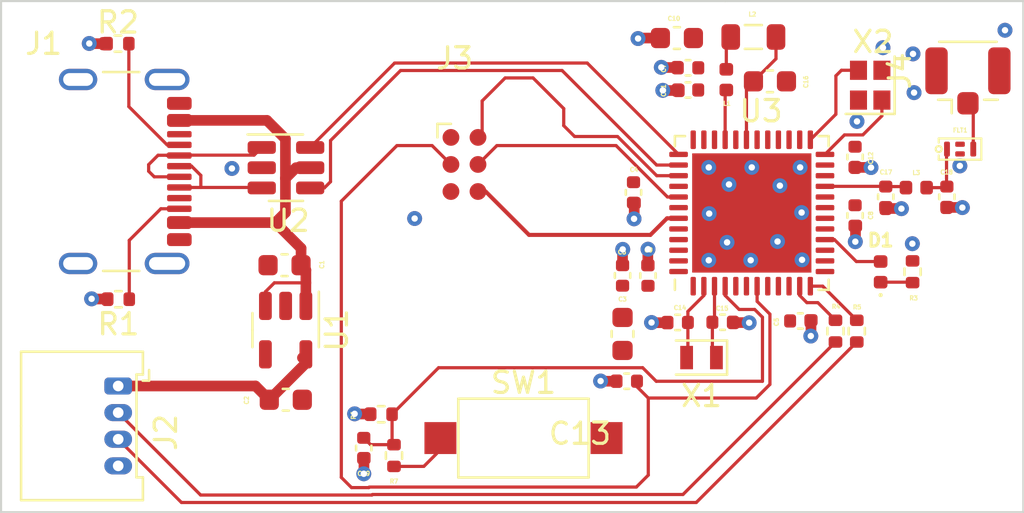
<source format=kicad_pcb>
(kicad_pcb (version 20221018) (generator pcbnew)
  (layers (0 "F.Cu" signal) (1 "In1.Cu" signal) (2 "In2.Cu" signal) (31 "B.Cu" signal) (34 "B.Paste" user) (35 "F.Paste" user) (36 "B.SilkS" user "B.Silkscreen") (37 "F.SilkS" user "F.Silkscreen") (38 "B.Mask" user) (39 "F.Mask" user) (44 "Edge.Cuts" user))
  (net 0 "")
  (net 1 "+5V")
  (net 2 "GND")
  (net 3 "+3V3")
  (net 4 "/SWD_NRST")
  (net 5 "/LSE_OUT")
  (net 6 "/LSE_IN")
  (net 7 "/SMPSFB")
  (net 8 "/RF")
  (net 9 "/RF_MATCH")
  (net 10 "/BOOT0")
  (net 11 "Net-(D1-K)")
  (net 12 "Net-(D1-A)")
  (net 13 "/RF_ANT")
  (net 14 "Net-(J1-CC1)")
  (net 15 "Net-(J1-D+-PadA6)")
  (net 16 "Net-(J1-D--PadA7)")
  (net 18 "Net-(J1-CC2)")
  (net 20 "/UART_TXC")
  (net 21 "/UART_RXC")
  (net 22 "/SWD_DIO")
  (net 23 "/SWD_CLK")
  (net 24 "/SWD_TRC")
  (net 25 "/SMPSLX")
  (net 26 "/SMPSLXL")
  (net 27 "/UART_TX")
  (net 28 "/UART_RX")
  (net 29 "Net-(R7-Pad2)")
  (net 31 "/USB_D+")
  (net 32 "/USB_D-")
  (net 43 "/HCE_OUT")
  (net 44 "/HCE_IN")
  (footprint "Connector_Coaxial:U.FL_Hirose_U.FL-R-SMT-1_Vertical" (layer "F.Cu") (at 81.4 65.75 90)
    (fp_text reference "J4")
    (fp_text value "Conn_Coaxial")
  )
  (footprint "" (layer "F.Cu") (at 77.5316 71.74 -90)
    (fp_text reference "")
    (fp_text value "")
  )
  (footprint "Capacitor_SMD:C_0603_1608Metric" (layer "F.Cu") (at 72.1036 65.769)
    (fp_text reference "C16")
    (fp_text value "4u7")
  )
  (footprint "" (layer "F.Cu") (at 80.3932 71.69 -90)
    (fp_text reference "")
    (fp_text value "")
  )
  (footprint "" (layer "F.Cu") (at 53.04 83.4516 180)
    (fp_text reference "")
    (fp_text value "")
  )
  (footprint "" (layer "F.Cu") (at 64.8968 79.85 90)
    (fp_text reference "")
    (fp_text value "")
  )
  (footprint "Resistor_SMD:R_0402_1005Metric" (layer "F.Cu") (at 41.49 64 180)
    (fp_text reference "R2")
    (fp_text value "5k1")
  )
  (footprint "Capacitor_SMD:C_0402_1005Metric" (layer "F.Cu") (at 65.38 79.85 180)
    (fp_text reference "C13")
    (fp_text value "100n")
  )
  (footprint "Package_TO_SOT_SMD:SOT-23-6" (layer "F.Cu") (at 49.3776 69.8246)
    (fp_text reference "U2")
    (fp_text value "USBLC6-2SC6")
  )
  (footprint "" (layer "F.Cu") (at 65.73 71.48 180)
    (fp_text reference "")
    (fp_text value "")
  )
  (footprint "" (layer "F.Cu") (at 76.12 72.5532 180)
    (fp_text reference "")
    (fp_text value "")
  )
  (footprint "Button_Switch_SMD:SW_SPST_CK_RS282G05A3" (layer "F.Cu") (at 60.53 82.52)
    (fp_text reference "SW1")
    (fp_text value "SW_Push")
  )
  (footprint "Capacitor_SMD:C_0402_1005Metric" (layer "F.Cu") (at 53.03 82.9884 -90)
    (fp_text reference "C19")
    (fp_text value "100n")
  )
  (footprint "Resistor_SMD:R_0402_1005Metric" (layer "F.Cu") (at 75.18 77.4984 90)
    (fp_text reference "R4")
    (fp_text value "220R")
  )
  (footprint "Capacitor_SMD:C_0603_1608Metric" (layer "F.Cu") (at 65.1818 77.6308 -90)
    (fp_text reference "C3")
    (fp_text value "4u7")
  )
  (footprint "" (layer "F.Cu") (at 67.7468 65.12 90)
    (fp_text reference "")
    (fp_text value "")
  )
  (footprint "Resistor_SMD:R_0402_1005Metric" (layer "F.Cu") (at 41.51 76 180)
    (fp_text reference "R1")
    (fp_text value "5k1")
  )
  (footprint "Inductor_SMD:L_0402_1005Metric" (layer "F.Cu") (at 78.975 70.76)
    (fp_text reference "L3")
    (fp_text value "2n7")
  )
  (footprint "Resistor_SMD:R_0402_1005Metric" (layer "F.Cu") (at 78.8 74.71 -90)
    (fp_text reference "R3")
    (fp_text value "220R")
  )
  (footprint "Capacitor_SMD:C_0603_1608Metric" (layer "F.Cu") (at 49.37 80.72)
    (fp_text reference "C2")
    (fp_text value "4u7")
  )
  (footprint "" (layer "F.Cu") (at 40.8868 64 90)
    (fp_text reference "")
    (fp_text value "")
  )
  (footprint "Crystal:Crystal_SMD_2012-2Pin_2.0x1.2mm" (layer "F.Cu") (at 68.89 78.74 180)
    (fp_text reference "X1")
    (fp_text value "32kHz768")
  )
  (footprint "Capacitor_SMD:C_0402_1005Metric" (layer "F.Cu") (at 80.41 71.19 -90)
    (fp_text reference "C18")
    (fp_text value "0p3")
  )
  (footprint "Capacitor_SMD:C_0402_1005Metric" (layer "F.Cu") (at 67.77 77.09 180)
    (fp_text reference "C15")
    (fp_text value "10p")
  )
  (footprint "Capacitor_SMD:C_0402_1005Metric" (layer "F.Cu") (at 76.1 72.0682 -90)
    (fp_text reference "C8")
    (fp_text value "100n")
  )
  (footprint "" (layer "F.Cu") (at 70.3822 77.0974 -90)
    (fp_text reference "")
    (fp_text value "")
  )
  (footprint "Crystal:Crystal_SMD_2016-4Pin_2.0x1.6mm" (layer "F.Cu") (at 76.81 65.95 90)
    (fp_text reference "X2")
    (fp_text value "32MHz")
  )
  (footprint "Connector:Tag-Connect_TC2030-IDC-FP_2x03_P1.27mm_Vertical" (layer "F.Cu") (at 57.7596 69.6722 -90)
    (fp_text reference "J3")
    (fp_text value "TC2030")
  )
  (footprint "" (layer "F.Cu") (at 66.37 74.3968)
    (fp_text reference "")
    (fp_text value "")
  )
  (footprint "Resistor_SMD:R_0402_1005Metric" (layer "F.Cu") (at 54.45 83.34 -90)
    (fp_text reference "R7")
    (fp_text value "220R")
  )
  (footprint "" (layer "F.Cu") (at 76.1032 69.81 -90)
    (fp_text reference "")
    (fp_text value "")
  )
  (footprint "" (layer "F.Cu") (at 67.8168 66.2 90)
    (fp_text reference "")
    (fp_text value "")
  )
  (footprint "Capacitor_SMD:C_0402_1005Metric" (layer "F.Cu") (at 69.88 77.08)
    (fp_text reference "C14")
    (fp_text value "10p")
  )
  (footprint "Resistor_SMD:R_0402_1005Metric" (layer "F.Cu") (at 76.18 77.4984 90)
    (fp_text reference "R5")
    (fp_text value "220R")
  )
  (footprint "Capacitor_SMD:C_0402_1005Metric" (layer "F.Cu") (at 65.6964 70.9852 -90)
    (fp_text reference "C4")
    (fp_text value "100n")
  )
  (footprint "Capacitor_SMD:C_0402_1005Metric" (layer "F.Cu") (at 77.54 71.19 -90)
    (fp_text reference "C17")
    (fp_text value "0p8")
  )
  (footprint "Capacitor_SMD:C_0402_1005Metric" (layer "F.Cu") (at 76.1 69.32 -90)
    (fp_text reference "C12")
    (fp_text value "100n")
  )
  (footprint "Capacitor_SMD:C_0402_1005Metric" (layer "F.Cu") (at 68.2578 65.134 180)
    (fp_text reference "C7")
    (fp_text value "100n")
  )
  (footprint "Connector_USB:USB_C_Receptacle_GCT_USB4105-xx-A_16P_TopMnt_Horizontal" (layer "F.Cu") (at 40.6908 70.0024 -90)
    (fp_text reference "J1")
    (fp_text value "USB_C_Receptacle_USB2.0")
  )
  (footprint "Resistor_SMD:R_0402_1005Metric" (layer "F.Cu") (at 53.85 81.4 180)
    (fp_text reference "R6")
    (fp_text value "5k1")
  )
  (footprint "" (layer "F.Cu") (at 40.9968 75.99 90)
    (fp_text reference "")
    (fp_text value "")
  )
  (footprint "Capacitor_SMD:C_0402_1005Metric" (layer "F.Cu") (at 68.2552 66.1754 180)
    (fp_text reference "C11")
    (fp_text value "100n")
  )
  (footprint "Package_TO_SOT_SMD:SOT-23-5" (layer "F.Cu") (at 49.3624 77.4501 -90)
    (fp_text reference "U1")
    (fp_text value "MIC5365-3.3YD5")
  )
  (footprint "Inductor_SMD:L_0805_2012Metric" (layer "F.Cu") (at 71.3243 63.6862)
    (fp_text reference "L2")
    (fp_text value "10u")
  )
  (footprint "Library:DLF162500LT-5028A1" (layer "F.Cu") (at 81.0285 68.95)
    (fp_text reference "FLT1")
    (fp_text value "DLF162500LT-5028A1")
  )
  (footprint "" (layer "F.Cu") (at 74.03 76.9832 180)
    (fp_text reference "")
    (fp_text value "")
  )
  (footprint "" (layer "F.Cu") (at 67.2878 77.1026 90)
    (fp_text reference "")
    (fp_text value "")
  )
  (footprint "Capacitor_SMD:C_0603_1608Metric" (layer "F.Cu") (at 67.7342 63.737 180)
    (fp_text reference "C10")
    (fp_text value "4u7")
  )
  (footprint "Capacitor_SMD:C_0603_1608Metric" (layer "F.Cu") (at 49.3116 74.4021 180)
    (fp_text reference "C1")
    (fp_text value "4u7")
  )
  (footprint "LED_SMD:LED_0402_1005Metric" (layer "F.Cu") (at 77.3 74.715 90)
    (fp_text reference "D1")
    (fp_text value "LED")
  )
  (footprint "Package_DFN_QFN:QFN-48-1EP_7x7mm_P0.5mm_EP5.6x5.6mm" (layer "F.Cu") (at 71.25 71.95 90)
    (fp_text reference "U3")
    (fp_text value "STM32WB55CEU")
  )
  (footprint "" (layer "F.Cu") (at 53.3468 81.39 90)
    (fp_text reference "")
    (fp_text value "")
  )
  (footprint "Capacitor_SMD:C_0402_1005Metric" (layer "F.Cu") (at 66.3756 74.8902 90)
    (fp_text reference "C9")
    (fp_text value "100n")
  )
  (footprint "Connector_Molex:Molex_PicoBlade_53048-0410_1x04_P1.25mm_Horizontal" (layer "F.Cu") (at 41.5 80.075 -90)
    (fp_text reference "J2")
    (fp_text value "Conn_01x04")
  )
  (footprint "Capacitor_SMD:C_0402_1005Metric" (layer "F.Cu") (at 65.1818 74.885 90)
    (fp_text reference "C6")
    (fp_text value "100n")
  )
  (footprint "Inductor_SMD:L_0402_1005Metric" (layer "F.Cu") (at 70.0543 65.6904 90)
    (fp_text reference "L1")
    (fp_text value "10n")
  )
  (footprint "Capacitor_SMD:C_0402_1005Metric" (layer "F.Cu") (at 73.53 77.02)
    (fp_text reference "C5")
    (fp_text value "100n")
  )
  (gr_line (start 84 62) (end 84 86) (stroke (width 0.1)) (layer "Edge.Cuts"))
  (gr_line (start 84 86) (end 36 86) (stroke (width 0.1)) (layer "Edge.Cuts"))
  (gr_line (start 36 62) (end 70 62) (stroke (width 0.1)) (layer "Edge.Cuts"))
  (gr_line (start 70 62) (end 84 62) (stroke (width 0.1)) (layer "Edge.Cuts"))
  (gr_line (start 36 86) (end 36 62) (stroke (width 0.1)) (layer "Edge.Cuts"))
  (segment (start 48.832501 75.23) (end 50.3124 75.23) (width 0.15) (layer "F.Cu") (net 1))
  (segment (start 50.3124 74.6279) (end 50.3124 75.23) (width 0.5) (layer "F.Cu") (net 1))
  (segment (start 49.3526 70.324601) (end 49.3526 71.9322) (width 0.5) (layer "F.Cu") (net 1))
  (segment (start 48.483084 67.6024) (end 44.3708 67.6024) (width 0.5) (layer "F.Cu") (net 1))
  (segment (start 49.3526 70.324601) (end 49.3526 68.471916) (width 0.5) (layer "F.Cu") (net 1))
  (segment (start 48.4124 75.650101) (end 48.832501 75.23) (width 0.15) (layer "F.Cu") (net 1))
  (segment (start 49.3526 68.471916) (end 48.483084 67.6024) (width 0.5) (layer "F.Cu") (net 1))
  (segment (start 50.0866 73.6066) (end 50.0866 74.4021) (width 0.5) (layer "F.Cu") (net 1))
  (segment (start 50.0866 74.4021) (end 50.3124 74.6279) (width 0.5) (layer "F.Cu") (net 1))
  (segment (start 50.5151 69.8246) (end 49.852601 69.8246) (width 0.5) (layer "F.Cu") (net 1))
  (segment (start 49.852601 69.8246) (end 49.3526 70.324601) (width 0.5) (layer "F.Cu") (net 1))
  (segment (start 49.3526 71.9322) (end 48.8824 72.4024) (width 0.5) (layer "F.Cu") (net 1))
  (segment (start 48.8824 72.4024) (end 50.0866 73.6066) (width 0.5) (layer "F.Cu") (net 1))
  (segment (start 48.4124 76.3126) (end 48.4124 75.650101) (width 0.15) (layer "F.Cu") (net 1))
  (segment (start 44.3708 72.4024) (end 48.8824 72.4024) (width 0.5) (layer "F.Cu") (net 1))
  (segment (start 50.3124 75.23) (end 50.3124 76.3126) (width 0.5) (layer "F.Cu") (net 1))
  (segment (start 65.933 63.737) (end 65.91 63.76) (width 0.5) (layer "F.Cu") (net 2))
  (segment (start 65.1818 74.405) (end 65.1818 73.6682) (width 0.5) (layer "F.Cu") (net 2))
  (segment (start 64.8968 79.85) (end 64.16 79.85) (width 0.5) (layer "F.Cu") (net 2))
  (segment (start 53.3468 81.39) (end 52.61 81.39) (width 0.5) (layer "F.Cu") (net 2))
  (segment (start 65.73 71.48) (end 65.73 72.2168) (width 0.5) (layer "F.Cu") (net 2))
  (segment (start 67.8168 66.2) (end 67.08 66.2) (width 0.5) (layer "F.Cu") (net 2))
  (segment (start 66.37 74.3968) (end 66.37 73.66) (width 0.5) (layer "F.Cu") (net 2))
  (segment (start 53.04 83.4516) (end 53.04 84.1884) (width 0.5) (layer "F.Cu") (net 2))
  (segment (start 40.8868 64) (end 40.15 64) (width 0.5) (layer "F.Cu") (net 2))
  (segment (start 76.1032 69.81) (end 76.84 69.81) (width 0.5) (layer "F.Cu") (net 2))
  (segment (start 67.2878 77.1026) (end 66.551 77.1026) (width 0.5) (layer "F.Cu") (net 2))
  (segment (start 76.12 72.5532) (end 76.12 73.29) (width 0.5) (layer "F.Cu") (net 2))
  (segment (start 40.9968 75.99) (end 40.26 75.99) (width 0.5) (layer "F.Cu") (net 2))
  (segment (start 70.3822 77.0974) (end 71.119 77.0974) (width 0.5) (layer "F.Cu") (net 2))
  (segment (start 77.5316 71.74) (end 78.2684 71.74) (width 0.5) (layer "F.Cu") (net 2))
  (segment (start 67.7468 65.12) (end 67.01 65.12) (width 0.5) (layer "F.Cu") (net 2))
  (segment (start 65.1818 73.6682) (end 65.19 73.66) (width 0.5) (layer "F.Cu") (net 2))
  (segment (start 80.3932 71.69) (end 81.13 71.69) (width 0.5) (layer "F.Cu") (net 2))
  (segment (start 66.9592 63.737) (end 65.933 63.737) (width 0.5) (layer "F.Cu") (net 2))
  (segment (start 74.03 76.9832) (end 74.03 77.72) (width 0.5) (layer "F.Cu") (net 2))
  (via (at 78.87 66.3) (size 0.7) (drill 0.3) (layers "F.Cu" "B.Cu") (net 2))
  (via (at 40.2518 75.9818) (size 0.7) (drill 0.3) (layers "F.Cu" "B.Cu") (net 2))
  (via (at 65.19 73.66) (size 0.7) (drill 0.3) (layers "F.Cu" "B.Cu") (net 2))
  (via (at 71.25 69.81) (size 0.7) (drill 0.3) (layers "F.Cu" "B.Cu") (net 2))
  (via (at 65.7218 72.225) (size 0.7) (drill 0.3) (layers "F.Cu" "B.Cu") (net 2))
  (via (at 78.79 73.3925) (size 0.7) (drill 0.3) (layers "F.Cu" "B.Cu") (net 2))
  (via (at 76.19 67.65) (size 0.7) (drill 0.3) (layers "F.Cu" "B.Cu") (net 2))
  (via (at 40.1418 63.9918) (size 0.7) (drill 0.3) (layers "F.Cu" "B.Cu") (net 2))
  (via (at 72.46 73.29) (size 0.7) (drill 0.3) (layers "F.Cu" "B.Cu") (net 2))
  (via (at 73.61 74.15) (size 0.7) (drill 0.3) (layers "F.Cu" "B.Cu") (net 2))
  (via (at 66.3782 73.6518) (size 0.7) (drill 0.3) (layers "F.Cu" "B.Cu") (net 2))
  (via (at 46.84 69.86) (size 0.7) (drill 0.3) (layers "F.Cu" "B.Cu") (net 2))
  (via (at 67.0718 66.1918) (size 0.7) (drill 0.3) (layers "F.Cu" "B.Cu") (net 2))
  (via (at 73.52 69.81) (size 0.7) (drill 0.3) (layers "F.Cu" "B.Cu") (net 2))
  (via (at 52.6018 81.3818) (size 0.7) (drill 0.3) (layers "F.Cu" "B.Cu") (net 2))
  (via (at 66.5428 77.0944) (size 0.7) (drill 0.3) (layers "F.Cu" "B.Cu") (net 2))
  (via (at 72.57 70.67) (size 0.7) (drill 0.3) (layers "F.Cu" "B.Cu") (net 2))
  (via (at 83.14 63.37) (size 0.7) (drill 0.3) (layers "F.Cu" "B.Cu") (net 2))
  (via (at 70.09 73.33) (size 0.7) (drill 0.3) (layers "F.Cu" "B.Cu") (net 2))
  (via (at 77.41 64.19) (size 0.7) (drill 0.3) (layers "F.Cu" "B.Cu") (net 2))
  (via (at 73.59 71.93) (size 0.7) (drill 0.3) (layers "F.Cu" "B.Cu") (net 2))
  (via (at 69.25 71.98) (size 0.7) (drill 0.3) (layers "F.Cu" "B.Cu") (net 2))
  (via (at 78.82 64.48) (size 0.7) (drill 0.3) (layers "F.Cu" "B.Cu") (net 2))
  (via (at 67.0018 65.1118) (size 0.7) (drill 0.3) (layers "F.Cu" "B.Cu") (net 2))
  (via (at 81.1382 71.6982) (size 0.7) (drill 0.3) (layers "F.Cu" "B.Cu") (net 2))
  (via (at 71.2 74.17) (size 0.7) (drill 0.3) (layers "F.Cu" "B.Cu") (net 2))
  (via (at 64.1518 79.8418) (size 0.7) (drill 0.3) (layers "F.Cu" "B.Cu") (net 2))
  (via (at 76.8482 69.8182) (size 0.7) (drill 0.3) (layers "F.Cu" "B.Cu") (net 2))
  (via (at 53.0318 84.1966) (size 0.7) (drill 0.3) (layers "F.Cu" "B.Cu") (net 2))
  (via (at 65.91 63.76) (size 0.7) (drill 0.3) (layers "F.Cu" "B.Cu") (net 2))
  (via (at 76.1118 73.2982) (size 0.7) (drill 0.3) (layers "F.Cu" "B.Cu") (net 2))
  (via (at 78.2766 71.7482) (size 0.7) (drill 0.3) (layers "F.Cu" "B.Cu") (net 2))
  (via (at 71.1272 77.1056) (size 0.7) (drill 0.3) (layers "F.Cu" "B.Cu") (net 2))
  (via (at 81.02 69.74) (size 0.7) (drill 0.3) (layers "F.Cu" "B.Cu") (net 2))
  (via (at 74.0218 77.7282) (size 0.7) (drill 0.3) (layers "F.Cu" "B.Cu") (net 2))
  (via (at 55.42 72.21) (size 0.7) (drill 0.3) (layers "F.Cu" "B.Cu") (net 2))
  (via (at 70.18 70.61) (size 0.7) (drill 0.3) (layers "F.Cu" "B.Cu") (net 2))
  (via (at 69.23 74.17) (size 0.7) (drill 0.3) (layers "F.Cu" "B.Cu") (net 2))
  (via (at 69.23 69.81) (size 0.7) (drill 0.3) (layers "F.Cu" "B.Cu") (net 2))
  (segment (start 48.595 80.72) (end 47.95 80.075) (width 0.5) (layer "F.Cu") (net 3))
  (segment (start 50.3124 78.5876) (end 50.3124 79.0026) (width 0.5) (layer "F.Cu") (net 3))
  (segment (start 47.95 80.075) (end 41.5 80.075) (width 0.5) (layer "F.Cu") (net 3))
  (segment (start 50.3124 79.0026) (end 48.595 80.72) (width 0.5) (layer "F.Cu") (net 3))
  (segment (start 50.1504 78.7496) (end 50.3124 78.5876) (width 0.5) (layer "F.Cu") (net 3))
  (segment (start 65.86 80.11) (end 66.39 80.64) (width 0.15) (layer "F.Cu") (net 4))
  (segment (start 51.9768 84.367084) (end 51.9768 71.396931) (width 0.15) (layer "F.Cu") (net 4))
  (segment (start 66.39 80.64) (end 71.46 80.64) (width 0.15) (layer "F.Cu") (net 4))
  (segment (start 72.1022 76.701741) (end 71.5 76.099542) (width 0.15) (layer "F.Cu") (net 4))
  (segment (start 66.39 80.64) (end 66.39 84.26) (width 0.15) (layer "F.Cu") (net 4))
  (segment (start 65.86 79.85) (end 65.89 79.88) (width 0.15) (layer "F.Cu") (net 4))
  (segment (start 54.588981 68.78475) (end 56.23715 68.78475) (width 0.15) (layer "F.Cu") (net 4))
  (segment (start 71.5 76.099542) (end 71.5 75.3875) (width 0.15) (layer "F.Cu") (net 4))
  (segment (start 72.1022 79.9978) (end 72.1022 76.701741) (width 0.15) (layer "F.Cu") (net 4))
  (segment (start 53.267142 84.845142) (end 52.454858 84.845142) (width 0.15) (layer "F.Cu") (net 4))
  (segment (start 71.46 80.64) (end 72.1022 79.9978) (width 0.15) (layer "F.Cu") (net 4))
  (segment (start 66.39 84.26) (end 65.83 84.82) (width 0.15) (layer "F.Cu") (net 4))
  (segment (start 52.454858 84.845142) (end 51.9768 84.367084) (width 0.15) (layer "F.Cu") (net 4))
  (segment (start 51.9768 71.396931) (end 54.588981 68.78475) (width 0.15) (layer "F.Cu") (net 4))
  (segment (start 56.23715 68.78475) (end 57.1246 69.6722) (width 0.15) (layer "F.Cu") (net 4))
  (segment (start 53.292284 84.82) (end 53.267142 84.845142) (width 0.15) (layer "F.Cu") (net 4))
  (segment (start 65.83 84.82) (end 53.292284 84.82) (width 0.15) (layer "F.Cu") (net 4))
  (segment (start 65.86 79.85) (end 65.86 80.11) (width 0.15) (layer "F.Cu") (net 4))
  (segment (start 69.4 78.55) (end 69.59 78.74) (width 0.15) (layer "F.Cu") (net 5))
  (segment (start 69.4 77.08) (end 69.4 78.55) (width 0.15) (layer "F.Cu") (net 5))
  (segment (start 69.5 75.3875) (end 69.5 76.98) (width 0.15) (layer "F.Cu") (net 5))
  (segment (start 69.5 76.98) (end 69.4 77.08) (width 0.15) (layer "F.Cu") (net 5))
  (segment (start 68.25 78.68) (end 68.19 78.74) (width 0.15) (layer "F.Cu") (net 6))
  (segment (start 69 75.3875) (end 69 75.824999) (width 0.15) (layer "F.Cu") (net 6))
  (segment (start 69 75.824999) (end 68.25 76.574999) (width 0.15) (layer "F.Cu") (net 6))
  (segment (start 68.25 76.574999) (end 68.25 77.09) (width 0.15) (layer "F.Cu") (net 6))
  (segment (start 68.25 77.09) (end 68.25 78.68) (width 0.15) (layer "F.Cu") (net 6))
  (segment (start 71.3286 65.769) (end 71 66.0976) (width 0.15) (layer "F.Cu") (net 7))
  (segment (start 72.3868 64.7108) (end 71.3286 65.769) (width 0.15) (layer "F.Cu") (net 7))
  (segment (start 71 66.0976) (end 71 68.5125) (width 0.15) (layer "F.Cu") (net 7))
  (segment (start 72.3868 63.6862) (end 72.3868 64.7108) (width 0.15) (layer "F.Cu") (net 7))
  (segment (start 77.53 70.7) (end 77.54 70.71) (width 0.15) (layer "F.Cu") (net 8))
  (segment (start 78.44 70.71) (end 78.49 70.76) (width 0.15) (layer "F.Cu") (net 8))
  (segment (start 74.6875 70.7) (end 77.53 70.7) (width 0.15) (layer "F.Cu") (net 8))
  (segment (start 77.54 70.71) (end 78.44 70.71) (width 0.15) (layer "F.Cu") (net 8))
  (segment (start 80.395 70.695) (end 80.395 68.971) (width 0.15) (layer "F.Cu") (net 9))
  (segment (start 80.41 70.71) (end 80.395 70.695) (width 0.15) (layer "F.Cu") (net 9))
  (segment (start 80.36 70.76) (end 80.41 70.71) (width 0.15) (layer "F.Cu") (net 9))
  (segment (start 80.395 68.971) (end 80.416 68.95) (width 0.15) (layer "F.Cu") (net 9))
  (segment (start 79.46 70.76) (end 80.36 70.76) (width 0.15) (layer "F.Cu") (net 9))
  (segment (start 54.36 82.74) (end 54.45 82.83) (width 0.15) (layer "F.Cu") (net 10))
  (segment (start 71.386084 76.4806) (end 71.7522 76.846716) (width 0.15) (layer "F.Cu") (net 10))
  (segment (start 54.36 81.4) (end 54.36 82.74) (width 0.15) (layer "F.Cu") (net 10))
  (segment (start 70 75.824999) (end 70.655601 76.4806) (width 0.15) (layer "F.Cu") (net 10))
  (segment (start 53.3516 82.83) (end 53.03 82.5084) (width 0.15) (layer "F.Cu") (net 10))
  (segment (start 71.7522 79.852826) (end 66.763606 79.852826) (width 0.15) (layer "F.Cu") (net 10))
  (segment (start 71.7522 76.846716) (end 71.7522 79.852826) (width 0.15) (layer "F.Cu") (net 10))
  (segment (start 53.07 82.4684) (end 53.03 82.5084) (width 0.15) (layer "F.Cu") (net 10))
  (segment (start 54.45 82.83) (end 53.3516 82.83) (width 0.15) (layer "F.Cu") (net 10))
  (segment (start 70 75.3875) (end 70 75.824999) (width 0.15) (layer "F.Cu") (net 10))
  (segment (start 66.12758 79.2168) (end 56.5432 79.2168) (width 0.15) (layer "F.Cu") (net 10))
  (segment (start 70.655601 76.4806) (end 71.386084 76.4806) (width 0.15) (layer "F.Cu") (net 10))
  (segment (start 56.5432 79.2168) (end 54.36 81.4) (width 0.15) (layer "F.Cu") (net 10))
  (segment (start 66.763606 79.852826) (end 66.12758 79.2168) (width 0.15) (layer "F.Cu") (net 10))
  (segment (start 77.3 75.2) (end 78.78 75.2) (width 0.15) (layer "F.Cu") (net 11))
  (segment (start 78.78 75.2) (end 78.8 75.22) (width 0.15) (layer "F.Cu") (net 11))
  (segment (start 74.6875 73.2) (end 75.129716 73.2) (width 0.15) (layer "F.Cu") (net 12))
  (segment (start 75.129716 73.2) (end 76.159716 74.23) (width 0.15) (layer "F.Cu") (net 12))
  (segment (start 76.159716 74.23) (end 77.3 74.23) (width 0.15) (layer "F.Cu") (net 12))
  (segment (start 81.65 67.05) (end 81.4 66.8) (width 0.15) (layer "F.Cu") (net 13))
  (segment (start 81.65 68.95) (end 81.65 67.05) (width 0.15) (layer "F.Cu") (net 13))
  (segment (start 42 66.956599) (end 43.795801 68.7524) (width 0.15) (layer "F.Cu") (net 14))
  (segment (start 42 64) (end 42 66.956599) (width 0.15) (layer "F.Cu") (net 14))
  (segment (start 43.795801 68.7524) (end 44.3708 68.7524) (width 0.15) (layer "F.Cu") (net 14))
  (segment (start 48.2179 70.7524) (end 48.2401 70.7746) (width 0.15) (layer "F.Cu") (net 15))
  (segment (start 45.38 70.7524) (end 45.38 70.186601) (width 0.15) (layer "F.Cu") (net 15))
  (segment (start 44.3708 70.7524) (end 45.38 70.7524) (width 0.15) (layer "F.Cu") (net 15))
  (segment (start 45.38 70.186601) (end 44.945799 69.7524) (width 0.15) (layer "F.Cu") (net 15))
  (segment (start 44.945799 69.7524) (end 44.3708 69.7524) (width 0.15) (layer "F.Cu") (net 15))
  (segment (start 45.38 70.7524) (end 48.2179 70.7524) (width 0.15) (layer "F.Cu") (net 15))
  (segment (start 43.795801 69.2524) (end 43.783401 69.24) (width 0.15) (layer "F.Cu") (net 16))
  (segment (start 47.8797 69.235) (end 48.2401 68.8746) (width 0.15) (layer "F.Cu") (net 16))
  (segment (start 42.93 69.99) (end 43.1924 70.2524) (width 0.15) (layer "F.Cu") (net 16))
  (segment (start 44.3882 69.235) (end 47.8797 69.235) (width 0.15) (layer "F.Cu") (net 16))
  (segment (start 42.93 69.68) (end 42.93 69.99) (width 0.15) (layer "F.Cu") (net 16))
  (segment (start 44.3708 69.2524) (end 43.795801 69.2524) (width 0.15) (layer "F.Cu") (net 16))
  (segment (start 43.37 69.24) (end 42.93 69.68) (width 0.15) (layer "F.Cu") (net 16))
  (segment (start 43.783401 69.24) (end 43.37 69.24) (width 0.15) (layer "F.Cu") (net 16))
  (segment (start 44.3708 69.2524) (end 44.3882 69.235) (width 0.15) (layer "F.Cu") (net 16))
  (segment (start 43.1924 70.2524) (end 44.3708 70.2524) (width 0.15) (layer "F.Cu") (net 16))
  (segment (start 42.02 76) (end 42.02 73.234819) (width 0.15) (layer "F.Cu") (net 18))
  (segment (start 43.502419 71.7524) (end 44.3708 71.7524) (width 0.15) (layer "F.Cu") (net 18))
  (segment (start 42.02 73.234819) (end 43.502419 71.7524) (width 0.15) (layer "F.Cu") (net 18))
  (segment (start 53.437259 85.17) (end 53.412117 85.195142) (width 0.15) (layer "F.Cu") (net 20))
  (segment (start 75.18 78.0084) (end 68.0184 85.17) (width 0.15) (layer "F.Cu") (net 20))
  (segment (start 53.412117 85.195142) (end 45.370142 85.195142) (width 0.15) (layer "F.Cu") (net 20))
  (segment (start 45.370142 85.195142) (end 41.5 81.325) (width 0.15) (layer "F.Cu") (net 20))
  (segment (start 68.0184 85.17) (end 53.437259 85.17) (width 0.15) (layer "F.Cu") (net 20))
  (segment (start 76.18 78.0084) (end 68.643258 85.545142) (width 0.15) (layer "F.Cu") (net 21))
  (segment (start 68.643258 85.545142) (end 44.470142 85.545142) (width 0.15) (layer "F.Cu") (net 21))
  (segment (start 44.470142 85.545142) (end 41.5 82.575) (width 0.15) (layer "F.Cu") (net 21))
  (segment (start 62.42 67.05) (end 60.97975 65.60975) (width 0.15) (layer "F.Cu") (net 22))
  (segment (start 62.93 68.36) (end 62.42 67.85) (width 0.15) (layer "F.Cu") (net 22))
  (segment (start 59.668981 65.60975) (end 58.5899 66.688831) (width 0.15) (layer "F.Cu") (net 22))
  (segment (start 64.946954 68.36) (end 62.93 68.36) (width 0.15) (layer "F.Cu") (net 22))
  (segment (start 66.786954 70.2) (end 64.946954 68.36) (width 0.15) (layer "F.Cu") (net 22))
  (segment (start 58.5899 66.688831) (end 58.5899 68.2069) (width 0.15) (layer "F.Cu") (net 22))
  (segment (start 58.5899 68.2069) (end 58.3946 68.4022) (width 0.15) (layer "F.Cu") (net 22))
  (segment (start 60.97975 65.60975) (end 59.668981 65.60975) (width 0.15) (layer "F.Cu") (net 22))
  (segment (start 67.8125 70.2) (end 66.786954 70.2) (width 0.15) (layer "F.Cu") (net 22))
  (segment (start 62.42 67.85) (end 62.42 67.05) (width 0.15) (layer "F.Cu") (net 22))
  (segment (start 64.87673 68.78475) (end 59.28205 68.78475) (width 0.15) (layer "F.Cu") (net 23))
  (segment (start 67.29198 71.2) (end 64.87673 68.78475) (width 0.15) (layer "F.Cu") (net 23))
  (segment (start 59.28205 68.78475) (end 58.3946 69.6722) (width 0.15) (layer "F.Cu") (net 23))
  (segment (start 67.8125 71.2) (end 67.29198 71.2) (width 0.15) (layer "F.Cu") (net 23))
  (segment (start 67.8125 72.2) (end 67.27 72.2) (width 0.19) (layer "F.Cu") (net 24))
  (segment (start 67.27 72.2) (end 66.49 72.98) (width 0.19) (layer "F.Cu") (net 24))
  (segment (start 60.791046 72.98) (end 58.753246 70.9422) (width 0.19) (layer "F.Cu") (net 24))
  (segment (start 58.753246 70.9422) (end 58.3946 70.9422) (width 0.19) (layer "F.Cu") (net 24))
  (segment (start 66.49 72.98) (end 60.791046 72.98) (width 0.19) (layer "F.Cu") (net 24))
  (segment (start 70 68.5125) (end 70 66.2297) (width 0.15) (layer "F.Cu") (net 25))
  (segment (start 70 66.2297) (end 70.0543 66.1754) (width 0.15) (layer "F.Cu") (net 25))
  (segment (start 70.0543 65.2054) (end 70.0543 63.8937) (width 0.15) (layer "F.Cu") (net 26))
  (segment (start 70.0543 63.8937) (end 70.2618 63.6862) (width 0.15) (layer "F.Cu") (net 26))
  (segment (start 73.5 75.3875) (end 73.5 75.824999) (width 0.15) (layer "F.Cu") (net 27))
  (segment (start 74.3516 76.16) (end 75.18 76.9884) (width 0.15) (layer "F.Cu") (net 27))
  (segment (start 73.5 75.824999) (end 73.835001 76.16) (width 0.15) (layer "F.Cu") (net 27))
  (segment (start 73.835001 76.16) (end 74.3516 76.16) (width 0.15) (layer "F.Cu") (net 27))
  (segment (start 74.5791 75.3875) (end 74 75.3875) (width 0.15) (layer "F.Cu") (net 28))
  (segment (start 76.18 76.9884) (end 74.5791 75.3875) (width 0.15) (layer "F.Cu") (net 28))
  (segment (start 54.45 83.85) (end 55.85 83.85) (width 0.15) (layer "F.Cu") (net 29))
  (segment (start 55.85 83.85) (end 56.45 83.25) (width 0.15) (layer "F.Cu") (net 29))
  (segment (start 54.76025 65.25975) (end 51.47 68.55) (width 0.15) (layer "F.Cu") (net 31))
  (segment (start 67.8125 69.7) (end 66.781928 69.7) (width 0.15) (layer "F.Cu") (net 31))
  (segment (start 66.781928 69.7) (end 62.341678 65.25975) (width 0.15) (layer "F.Cu") (net 31))
  (segment (start 51.177599 70.7746) (end 50.5151 70.7746) (width 0.15) (layer "F.Cu") (net 31))
  (segment (start 51.47 70.482199) (end 51.177599 70.7746) (width 0.15) (layer "F.Cu") (net 31))
  (segment (start 51.47 68.55) (end 51.47 70.482199) (width 0.15) (layer "F.Cu") (net 31))
  (segment (start 62.341678 65.25975) (end 54.76025 65.25975) (width 0.15) (layer "F.Cu") (net 31))
  (segment (start 63.52225 64.90975) (end 54.47995 64.90975) (width 0.15) (layer "F.Cu") (net 32))
  (segment (start 54.47995 64.90975) (end 50.5151 68.8746) (width 0.15) (layer "F.Cu") (net 32))
  (segment (start 67.8125 69.2) (end 63.52225 64.90975) (width 0.15) (layer "F.Cu") (net 32))
  (segment (start 77.36 67.39) (end 77.36 66.65) (width 0.15) (layer "F.Cu") (net 43))
  (segment (start 76.465 68.285) (end 77.36 67.39) (width 0.15) (layer "F.Cu") (net 43))
  (segment (start 74.6875 69.2) (end 75.6025 68.285) (width 0.15) (layer "F.Cu") (net 43))
  (segment (start 75.6025 68.285) (end 76.465 68.285) (width 0.15) (layer "F.Cu") (net 43))
  (segment (start 75.2 65.51) (end 75.2 67.27) (width 0.15) (layer "F.Cu") (net 44))
  (segment (start 75.46 65.25) (end 75.2 65.51) (width 0.15) (layer "F.Cu") (net 44))
  (segment (start 74 68.5125) (end 75.2 67.3125) (width 0.15) (layer "F.Cu") (net 44))
  (segment (start 76.26 65.25) (end 75.46 65.25) (width 0.15) (layer "F.Cu") (net 44))
  (segment (start 75.2 67.3125) (end 75.2 67.27) (width 0.15) (layer "F.Cu") (net 44))
)
</source>
